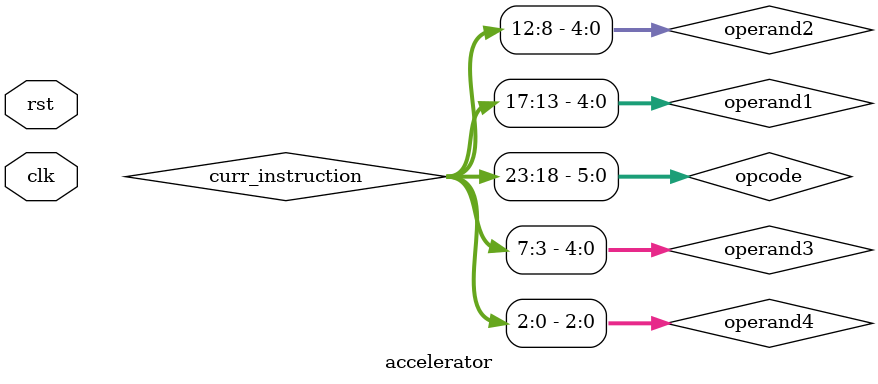
<source format=v>
module accelerator(
    input wire clk,
    input wire rst
);

parameter NUM_SIZE = 16;
parameter BUFFER_LEN = 32;
parameter GRID_SIZE = 2;
parameter ADDRESS_LEN = 3;
parameter VEC_BUFFER_LEN = 8;
parameter NUM_INSTRUCTIONS = 16;
parameter WORDS_IN_MEMORY = 32;

reg [31:0] instructions [NUM_INSTRUCTIONS-1:0];
reg [NUM_SIZE-1:0] memory [WORDS_IN_MEMORY-1:0];
reg [$clog2(NUM_INSTRUCTIONS)-1:0] pc;
reg halted;

// Slice up current instruction into opcode and operands.
wire [31:0] curr_instruction;
assign curr_instruction = instructions[pc];
wire [5:0] opcode;
assign opcode = curr_instruction[23:18];
wire [4:0] operand1, operand2, operand3;
assign operand1 = curr_instruction[17:13];
assign operand2 = curr_instruction[12:8];
assign operand3 = curr_instruction[7:3];
wire [2:0] operand4;
assign operand4 = curr_instruction[2:0];

// MXU Registers
reg [3:0] mat_mult_stage;
reg ce;
reg [NUM_SIZE-1:0] north_buffer[GRID_SIZE-1:0][BUFFER_LEN-1:0];
reg [NUM_SIZE-1:0] west_buffer[GRID_SIZE-1:0][BUFFER_LEN-1:0];
reg [ADDRESS_LEN-1:0] north_index[GRID_SIZE-1:0];
reg [ADDRESS_LEN-1:0] west_index[GRID_SIZE-1:0];
wire [NUM_SIZE*GRID_SIZE-1:0] north_input;
wire [NUM_SIZE*GRID_SIZE-1:0] west_input;
wire [16*2*2-1:0] mxu_result_out;
wire [NUM_SIZE-1:0] mxu_result[1:0][1:0];

// Vector Registers
reg [NUM_SIZE-1:0] vec_buffer[VEC_BUFFER_LEN-1:0];
reg copy_vec_buffer_flag;
reg [2:0] offset;
reg [4:0] dest_buffer;
reg [2:0] length_buffer;

`ifndef SYNTHESIS
    // Debugging wires to display nicely in simulator
    wire [NUM_SIZE-1:0] out00, out01, out10, out11;
    assign out00 = memory[8];
    assign out01 = memory[9];
    assign out10 = memory[10];
    assign out11 = memory[11];
`endif

genvar i,j;
generate
    for (i = 0; i < GRID_SIZE; i++) begin
       assign north_input[(i+1)*NUM_SIZE-1:i*NUM_SIZE] = north_buffer[i][north_index[i]];
       assign west_input[(i+1)*NUM_SIZE-1:i*NUM_SIZE] = west_buffer[i][west_index[i]];
       for (j = 0; j < GRID_SIZE; j = j + 1) begin
            localparam k = i * GRID_SIZE + j;
            assign mxu_result[i][j] = mxu_result_out[(k+1)*NUM_SIZE-1 : k*NUM_SIZE];
        end
    end
endgenerate

mxu my_mxu(
    .clk(clk),
    .rst(rst),
    .ce(ce),
    .north_input(north_input),
    .west_input(west_input),
    .result_out(mxu_result_out)
);

integer k, l, m, n;
always @(posedge clk or posedge rst) begin
    if (rst) begin
        for (k = 0; k < GRID_SIZE; k++) begin
            north_index[k] <= 0;
            west_index[k] <= 0;
            for (l = 0; l < BUFFER_LEN; l++) begin
                north_buffer[k][l] <= 0;
                west_buffer[k][l] <= 0;
            end
        end
        ce <= 0;
        for (m = 0; m < 32; m++) begin
            instructions[m] <= 0;
            memory[m] <= 0;
        end
        pc <= 0;
        mat_mult_stage <= 0;
        halted <= 0;
        for (l = 0; l < VEC_BUFFER_LEN; l++) begin
            vec_buffer[l] <= 0;
        end
        dest_buffer <= 0;
        length_buffer <= 0;
        copy_vec_buffer_flag <= 0;
        offset <= 0;
    end else if (!halted) begin  // Rising clk edge
        if (mat_mult_stage > 0) begin
            case (mat_mult_stage)
                1: begin
                    // Prepare systolic array buffers.
                    west_buffer[0][0] <= memory[operand1];
                    west_buffer[0][1] <= memory[operand1+1];
                    west_buffer[1][1] <= memory[operand1+2];
                    west_buffer[1][2] <= memory[operand1+3];
                    north_buffer[0][0] <= memory[operand2];
                    north_buffer[0][1] <= memory[operand2+2];
                    north_buffer[1][1] <= memory[operand2+1];
                    north_buffer[1][2] <= memory[operand2+3];
                    ce <= 1;  // Start systolic array.
                end
                4: begin
                    memory[operand3] <= mxu_result[0][0];
                end
                5: begin
                    memory[operand3+1] <= mxu_result[0][1];
                end
                6: begin
                    memory[operand3+2] <= mxu_result[1][0];
                end
                7: begin
                    memory[operand3+3] <= mxu_result[1][1];
                    ce <= 0;  // Stop systolic array.
                    pc <= pc + 1;
                end
                default: begin
                end
            endcase
            if (mat_mult_stage == 7) begin
                mat_mult_stage <= 0;
            end else begin
                mat_mult_stage <= mat_mult_stage + 1;
            end
        end else if (copy_vec_buffer_flag) begin
            if (offset < length_buffer) begin
                memory[dest_buffer+offset] <= vec_buffer[offset];
                offset <= offset + 1;
            end else begin
                offset <= 0;
                pc <= pc + 1;
                copy_vec_buffer_flag <= 0;
            end
        end else if (opcode == 8'd1) begin  // Mat Mult
            mat_mult_stage <= 1;
        end else if (opcode == 8'd2) begin  // Vec Add
            for (n = 0; n < VEC_BUFFER_LEN; n++) begin
                vec_buffer[n] <= $signed(memory[operand1+n]) + $signed(memory[operand2+n]);
            end
            dest_buffer <= operand3;
            length_buffer <= operand4;
            copy_vec_buffer_flag <= 1;
        end else if (opcode == 8'd3) begin  // Move
            for (n = 0; n < VEC_BUFFER_LEN; n++) begin
                vec_buffer[n] <= memory[operand1+n];
            end
            dest_buffer <= operand2;
            length_buffer <= operand3;
            copy_vec_buffer_flag <= 1;
        end else if (opcode == 8'd4) begin  // Relu
            for (n = 0; n < VEC_BUFFER_LEN; n++) begin
                vec_buffer[n] <= ($signed(memory[operand1+n]) > 0) ? memory[operand1+n] : 0;
            end
            dest_buffer <= operand2;
            length_buffer <= operand3;
            copy_vec_buffer_flag <= 1;
        end else if (opcode == 8'd5) begin  // Vec Scal Mult
            for (n = 0; n < VEC_BUFFER_LEN; n++) begin
                vec_buffer[n] <= $signed(memory[operand2]) * $signed(memory[operand1+n]);
            end
            dest_buffer <= operand3;
            length_buffer <= operand4;
            copy_vec_buffer_flag <= 1;
        end else if (opcode == 10) begin  // Halt
            halted <= 1;
        end else begin  // No-op
            pc <= pc + 1;
        end

        if (ce) begin
            for (k = 0; k < GRID_SIZE; k++) begin
                north_index[k] <= north_index[k] + 1;
                west_index[k] <= west_index[k] + 1;
            end
        end
    end
end

endmodule

</source>
